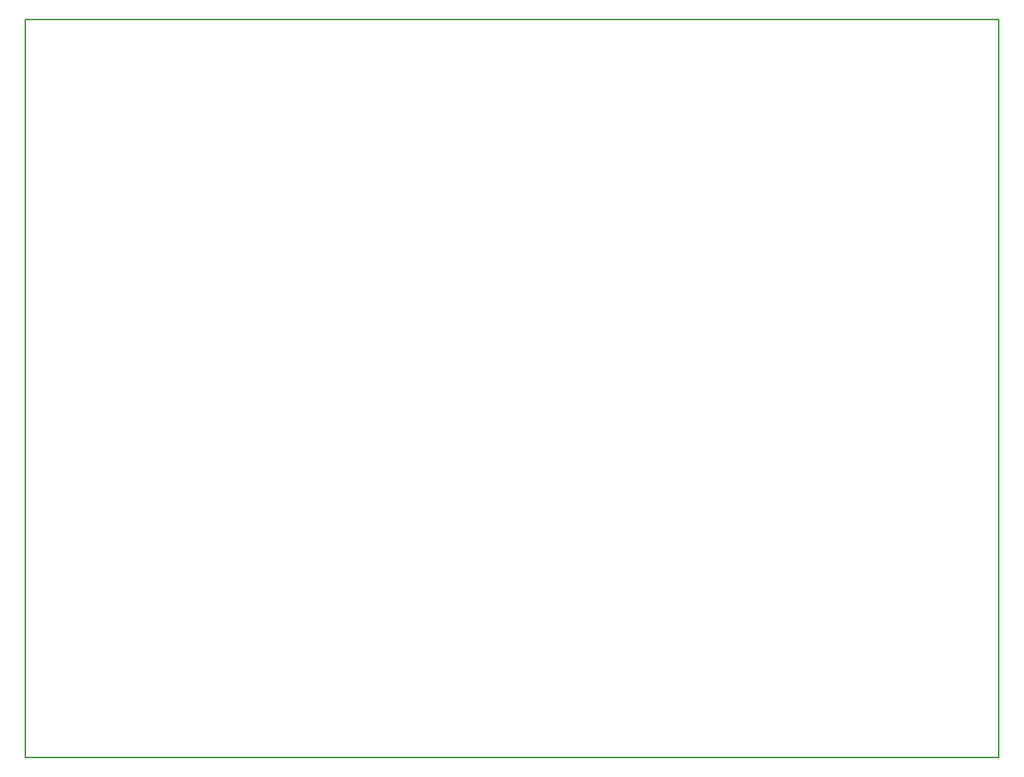
<source format=gbr>
G04 PROTEUS GERBER X2 FILE*
%TF.GenerationSoftware,Labcenter,Proteus,8.6-SP2-Build23525*%
%TF.CreationDate,2025-01-29T09:47:47+00:00*%
%TF.FileFunction,NonPlated,1,2,NPTH*%
%TF.FilePolarity,Positive*%
%TF.Part,Single*%
%FSLAX45Y45*%
%MOMM*%
G01*
%TA.AperFunction,Profile*%
%ADD17C,0.203200*%
%TD.AperFunction*%
D17*
X-6250000Y-2000000D02*
X-6250000Y+6650000D01*
X+5150000Y+6650000D01*
X+5150000Y-2000000D01*
X-6250000Y-2000000D01*
M02*

</source>
